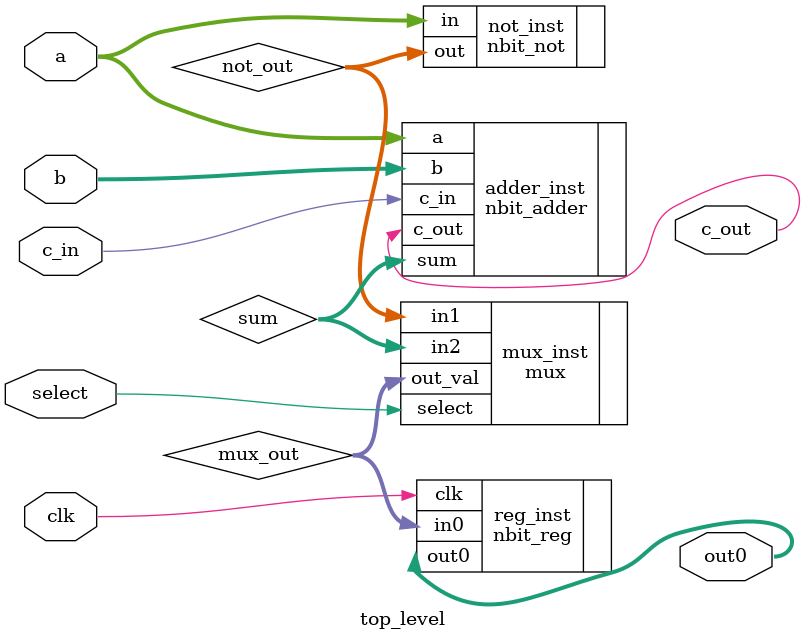
<source format=v>
`timescale 1ns / 1ps


module top_level(a, b, clk, c_in, select, out0, c_out);
    
    parameter n = 32;
    
    input [n-1:0] a, b;  // Inputs for the adder and NOT operations
    input clk, c_in, select;  // Clock, carry-in for adder, and select for MUX
    output [n-1:0] out0;  // Output from the register (final output)
    output c_out;  // Carry-out from the adder
    
    wire [n-1:0] sum;     // Wire for the sum output from the adder
    wire [n-1:0] not_out; // Wire for the bitwise NOT output
    wire [n-1:0] mux_out; // Wire for the MUX output
    
    // Instantiate the n-bit adder
    nbit_adder #(.n(n)) adder_inst (
        .a(a),
        .b(b),
        .c_in(c_in),
        .sum(sum),
        .c_out(c_out)
    );
    
    // Instantiate the n-bit NOT
    nbit_not #(.n(n)) not_inst (
        .in(a),          // Apply NOT to input 'a'
        .out(not_out)
    );
    
    // Instantiate the MUX to select between the adder and NOT outputs
    mux #(.N(n)) mux_inst (
        .in1(not_out),   // First input (bitwise NOT result)
        .in2(sum),       // Second input (adder result)
        .select(select), // Selection signal (0 for adder, 1 for NOT)
        .out_val(mux_out) // MUX output
    );
    
    // Instantiate the n-bit register
    nbit_reg #(.n(n)) reg_inst (
        .in0(mux_out),   // Connect MUX output to the register input
        .out0(out0),     // Register output
        .clk(clk)        // Clock input
    );

endmodule


</source>
